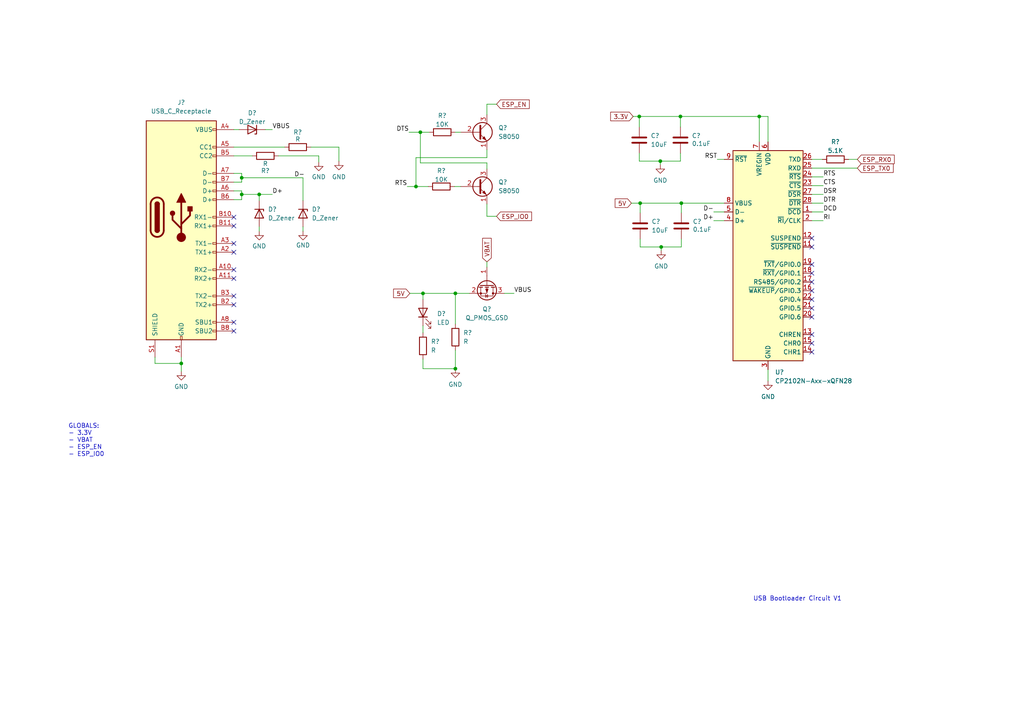
<source format=kicad_sch>
(kicad_sch (version 20211123) (generator eeschema)
  (paper "A4")
  (lib_symbols
    (symbol "Connector:USB_C_Receptacle" (pin_names (offset 1.016))
      (property "Reference" "J" (at -10.16 29.21 0))
      (property "Value" "USB_C_Receptacle" (at 10.16 29.21 0))
      (symbol "USB_C_Receptacle_0_0"
        (rectangle (start -0.254 -35.56) (end 0.254 -34.544))
        (rectangle (start 10.16 -32.766) (end 9.144 -33.274))
        (rectangle (start 10.16 -30.226) (end 9.144 -30.734))
        (rectangle (start 10.16 -25.146) (end 9.144 -25.654))
        (rectangle (start 10.16 -22.606) (end 9.144 -23.114))
        (rectangle (start 10.16 -17.526) (end 9.144 -18.034))
        (rectangle (start 10.16 -14.986) (end 9.144 -15.494))
        (rectangle (start 10.16 -9.906) (end 9.144 -10.414))
        (rectangle (start 10.16 -7.366) (end 9.144 -7.874))
        (rectangle (start 10.16 -2.286) (end 9.144 -2.794))
        (rectangle (start 10.16 0.254) (end 9.144 -0.254))
        (rectangle (start 10.16 5.334) (end 9.144 4.826))
        (rectangle (start 10.16 7.874) (end 9.144 7.366))
        (rectangle (start 10.16 10.414) (end 9.144 9.906))
        (rectangle (start 10.16 12.954) (end 9.144 12.446))
        (rectangle (start 10.16 18.034) (end 9.144 17.526))
        (rectangle (start 10.16 20.574) (end 9.144 20.066))
        (rectangle (start 10.16 25.654) (end 9.144 25.146))
      )
      (symbol "USB_C_Receptacle_0_1"
        (rectangle (start -10.16 27.94) (end 10.16 -35.56) (stroke (width 0.254)) (fill (type background)))
        (arc (start -8.89 -3.81) (mid -6.985 -5.715) (end -5.08 -3.81) (stroke (width 0.508)))
        (arc (start -7.62 -3.81) (mid -6.985 -4.445) (end -6.35 -3.81) (stroke (width 0.254)))
        (arc (start -7.62 -3.81) (mid -6.985 -4.445) (end -6.35 -3.81) (stroke (width 0.254)) (fill (type outline)))
        (rectangle (start -7.62 -3.81) (end -6.35 3.81) (stroke (width 0.254)) (fill (type outline)))
        (arc (start -6.35 3.81) (mid -6.985 4.445) (end -7.62 3.81) (stroke (width 0.254)))
        (arc (start -6.35 3.81) (mid -6.985 4.445) (end -7.62 3.81) (stroke (width 0.254)) (fill (type outline)))
        (arc (start -5.08 3.81) (mid -6.985 5.715) (end -8.89 3.81) (stroke (width 0.508)))
        (polyline (pts (xy -8.89 -3.81) (xy -8.89 3.81)) (stroke (width 0.508)))
        (polyline (pts (xy -5.08 3.81) (xy -5.08 -3.81)) (stroke (width 0.508)))
      )
      (symbol "USB_C_Receptacle_1_1"
        (circle (center -2.54 1.143) (radius 0.635) (stroke (width 0.254)) (fill (type outline)))
        (circle (center 0 -5.842) (radius 1.27) (fill (type outline)))
        (polyline (pts (xy 0 -5.842) (xy 0 4.318)) (stroke (width 0.508)))
        (polyline (pts (xy 0 -3.302) (xy -2.54 -0.762) (xy -2.54 0.508)) (stroke (width 0.508)))
        (polyline (pts (xy 0 -2.032) (xy 2.54 0.508) (xy 2.54 1.778)) (stroke (width 0.508)))
        (polyline (pts (xy -1.27 4.318) (xy 0 6.858) (xy 1.27 4.318) (xy -1.27 4.318)) (stroke (width 0.254)) (fill (type outline)))
        (rectangle (start 1.905 1.778) (end 3.175 3.048) (stroke (width 0.254)) (fill (type outline)))
        (pin passive line (at 0 -40.64 90) (length 5.08) (name "GND") (number "A1"))
        (pin bidirectional line (at 15.24 -15.24 180) (length 5.08) (name "RX2-") (number "A10"))
        (pin bidirectional line (at 15.24 -17.78 180) (length 5.08) (name "RX2+") (number "A11"))
        (pin passive line (at 0 -40.64 90) (length 5.08) hide (name "GND") (number "A12"))
        (pin bidirectional line (at 15.24 -10.16 180) (length 5.08) (name "TX1+") (number "A2"))
        (pin bidirectional line (at 15.24 -7.62 180) (length 5.08) (name "TX1-") (number "A3"))
        (pin passive line (at 15.24 25.4 180) (length 5.08) (name "VBUS") (number "A4"))
        (pin bidirectional line (at 15.24 20.32 180) (length 5.08) (name "CC1") (number "A5"))
        (pin bidirectional line (at 15.24 7.62 180) (length 5.08) (name "D+") (number "A6"))
        (pin bidirectional line (at 15.24 12.7 180) (length 5.08) (name "D-") (number "A7"))
        (pin bidirectional line (at 15.24 -30.48 180) (length 5.08) (name "SBU1") (number "A8"))
        (pin passive line (at 15.24 25.4 180) (length 5.08) hide (name "VBUS") (number "A9"))
        (pin passive line (at 0 -40.64 90) (length 5.08) hide (name "GND") (number "B1"))
        (pin bidirectional line (at 15.24 0 180) (length 5.08) (name "RX1-") (number "B10"))
        (pin bidirectional line (at 15.24 -2.54 180) (length 5.08) (name "RX1+") (number "B11"))
        (pin passive line (at 0 -40.64 90) (length 5.08) hide (name "GND") (number "B12"))
        (pin bidirectional line (at 15.24 -25.4 180) (length 5.08) (name "TX2+") (number "B2"))
        (pin bidirectional line (at 15.24 -22.86 180) (length 5.08) (name "TX2-") (number "B3"))
        (pin passive line (at 15.24 25.4 180) (length 5.08) hide (name "VBUS") (number "B4"))
        (pin bidirectional line (at 15.24 17.78 180) (length 5.08) (name "CC2") (number "B5"))
        (pin bidirectional line (at 15.24 5.08 180) (length 5.08) (name "D+") (number "B6"))
        (pin bidirectional line (at 15.24 10.16 180) (length 5.08) (name "D-") (number "B7"))
        (pin bidirectional line (at 15.24 -33.02 180) (length 5.08) (name "SBU2") (number "B8"))
        (pin passive line (at 15.24 25.4 180) (length 5.08) hide (name "VBUS") (number "B9"))
        (pin passive line (at -7.62 -40.64 90) (length 5.08) (name "SHIELD") (number "S1"))
      )
    )
    (symbol "Device:C" (pin_numbers hide) (pin_names (offset 0.254))
      (property "Reference" "C" (at 0.635 2.54 0))
      (property "Value" "C" (at 0.635 -2.54 0))
      (symbol "C_0_1"
        (polyline (pts (xy -2.032 -0.762) (xy 2.032 -0.762)) (stroke (width 0.508)))
        (polyline (pts (xy -2.032 0.762) (xy 2.032 0.762)) (stroke (width 0.508)))
      )
      (symbol "C_1_1"
        (pin passive line (at 0 3.81 270) (length 2.794) (name "~") (number "1"))
        (pin passive line (at 0 -3.81 90) (length 2.794) (name "~") (number "2"))
      )
    )
    (symbol "Device:D_Zener" (pin_numbers hide) (pin_names (offset 1.016) hide)
      (property "Reference" "D" (at 0 2.54 0))
      (property "Value" "D_Zener" (at 0 -2.54 0))
      (symbol "D_Zener_0_1"
        (polyline (pts (xy 1.27 0) (xy -1.27 0)))
        (polyline (pts (xy -1.27 -1.27) (xy -1.27 1.27) (xy -0.762 1.27)) (stroke (width 0.254)))
        (polyline (pts (xy 1.27 -1.27) (xy 1.27 1.27) (xy -1.27 0) (xy 1.27 -1.27)) (stroke (width 0.254)))
      )
      (symbol "D_Zener_1_1"
        (pin passive line (at -3.81 0 0) (length 2.54) (name "K") (number "1"))
        (pin passive line (at 3.81 0 180) (length 2.54) (name "A") (number "2"))
      )
    )
    (symbol "Device:LED" (pin_numbers hide) (pin_names (offset 1.016) hide)
      (property "Reference" "D" (at 0 2.54 0))
      (property "Value" "LED" (at 0 -2.54 0))
      (symbol "LED_0_1"
        (polyline (pts (xy -1.27 -1.27) (xy -1.27 1.27)) (stroke (width 0.254)))
        (polyline (pts (xy -1.27 0) (xy 1.27 0)))
        (polyline (pts (xy 1.27 -1.27) (xy 1.27 1.27) (xy -1.27 0) (xy 1.27 -1.27)) (stroke (width 0.254)))
        (polyline (pts (xy -3.048 -0.762) (xy -4.572 -2.286) (xy -3.81 -2.286) (xy -4.572 -2.286) (xy -4.572 -1.524)))
        (polyline (pts (xy -1.778 -0.762) (xy -3.302 -2.286) (xy -2.54 -2.286) (xy -3.302 -2.286) (xy -3.302 -1.524)))
      )
      (symbol "LED_1_1"
        (pin passive line (at -3.81 0 0) (length 2.54) (name "K") (number "1"))
        (pin passive line (at 3.81 0 180) (length 2.54) (name "A") (number "2"))
      )
    )
    (symbol "Device:Q_PMOS_GSD" (pin_names (offset 0) hide)
      (property "Reference" "Q" (at 5.08 1.27 0))
      (property "Value" "Q_PMOS_GSD" (at 5.08 -1.27 0))
      (symbol "Q_PMOS_GSD_0_1"
        (polyline (pts (xy 0.254 0) (xy -2.54 0)))
        (polyline (pts (xy 0.254 1.905) (xy 0.254 -1.905)) (stroke (width 0.254)))
        (polyline (pts (xy 0.762 -1.27) (xy 0.762 -2.286)) (stroke (width 0.254)))
        (polyline (pts (xy 0.762 0.508) (xy 0.762 -0.508)) (stroke (width 0.254)))
        (polyline (pts (xy 0.762 2.286) (xy 0.762 1.27)) (stroke (width 0.254)))
        (polyline (pts (xy 2.54 2.54) (xy 2.54 1.778)))
        (polyline (pts (xy 2.54 -2.54) (xy 2.54 0) (xy 0.762 0)))
        (polyline (pts (xy 0.762 1.778) (xy 3.302 1.778) (xy 3.302 -1.778) (xy 0.762 -1.778)))
        (polyline (pts (xy 2.286 0) (xy 1.27 0.381) (xy 1.27 -0.381) (xy 2.286 0)) (fill (type outline)))
        (polyline (pts (xy 2.794 -0.508) (xy 2.921 -0.381) (xy 3.683 -0.381) (xy 3.81 -0.254)))
        (polyline (pts (xy 3.302 -0.381) (xy 2.921 0.254) (xy 3.683 0.254) (xy 3.302 -0.381)))
        (circle (center 1.651 0) (radius 2.794) (stroke (width 0.254)))
        (circle (center 2.54 -1.778) (radius 0.254) (fill (type outline)))
        (circle (center 2.54 1.778) (radius 0.254) (fill (type outline)))
      )
      (symbol "Q_PMOS_GSD_1_1"
        (pin input line (at -5.08 0 0) (length 2.54) (name "G") (number "1"))
        (pin passive line (at 2.54 -5.08 90) (length 2.54) (name "S") (number "2"))
        (pin passive line (at 2.54 5.08 270) (length 2.54) (name "D") (number "3"))
      )
    )
    (symbol "Device:R" (pin_numbers hide) (pin_names (offset 0))
      (property "Reference" "R" (at 2.032 0 90))
      (property "Value" "R" (at 0 0 90))
      (symbol "R_0_1"
        (rectangle (start -1.016 -2.54) (end 1.016 2.54) (stroke (width 0.254)))
      )
      (symbol "R_1_1"
        (pin passive line (at 0 3.81 270) (length 1.27) (name "~") (number "1"))
        (pin passive line (at 0 -3.81 90) (length 1.27) (name "~") (number "2"))
      )
    )
    (symbol "Interface_USB:CP2102N-Axx-xQFN28"
      (property "Reference" "U" (at -8.89 31.75 0))
      (property "Value" "CP2102N-Axx-xQFN28" (at 12.7 31.75 0))
      (symbol "CP2102N-Axx-xQFN28_0_1"
        (rectangle (start -10.16 30.48) (end 10.16 -30.48) (stroke (width 0.254)) (fill (type background)))
      )
      (symbol "CP2102N-Axx-xQFN28_1_1"
        (pin input line (at 12.7 12.7 180) (length 2.54) (name "~{DCD}") (number "1"))
        (pin no_connect line (at -10.16 -27.94 0) (length 2.54) hide (name "NC") (number "10"))
        (pin output line (at 12.7 2.54 180) (length 2.54) (name "~{SUSPEND}") (number "11"))
        (pin output line (at 12.7 5.08 180) (length 2.54) (name "SUSPEND") (number "12"))
        (pin output line (at 12.7 -22.86 180) (length 2.54) (name "CHREN") (number "13"))
        (pin output line (at 12.7 -27.94 180) (length 2.54) (name "CHR1") (number "14"))
        (pin output line (at 12.7 -25.4 180) (length 2.54) (name "CHR0") (number "15"))
        (pin bidirectional line (at 12.7 -10.16 180) (length 2.54) (name "~{WAKEUP}/GPIO.3") (number "16"))
        (pin bidirectional line (at 12.7 -7.62 180) (length 2.54) (name "RS485/GPIO.2") (number "17"))
        (pin bidirectional line (at 12.7 -5.08 180) (length 2.54) (name "~{RXT}/GPIO.1") (number "18"))
        (pin bidirectional line (at 12.7 -2.54 180) (length 2.54) (name "~{TXT}/GPIO.0") (number "19"))
        (pin bidirectional line (at 12.7 10.16 180) (length 2.54) (name "~{RI}/CLK") (number "2"))
        (pin bidirectional line (at 12.7 -17.78 180) (length 2.54) (name "GPIO.6") (number "20"))
        (pin bidirectional line (at 12.7 -15.24 180) (length 2.54) (name "GPIO.5") (number "21"))
        (pin bidirectional line (at 12.7 -12.7 180) (length 2.54) (name "GPIO.4") (number "22"))
        (pin input line (at 12.7 20.32 180) (length 2.54) (name "~{CTS}") (number "23"))
        (pin output line (at 12.7 22.86 180) (length 2.54) (name "~{RTS}") (number "24"))
        (pin input line (at 12.7 25.4 180) (length 2.54) (name "RXD") (number "25"))
        (pin output line (at 12.7 27.94 180) (length 2.54) (name "TXD") (number "26"))
        (pin input line (at 12.7 17.78 180) (length 2.54) (name "~{DSR}") (number "27"))
        (pin output line (at 12.7 15.24 180) (length 2.54) (name "~{DTR}") (number "28"))
        (pin passive line (at 0 -33.02 90) (length 2.54) hide (name "GND") (number "29"))
        (pin power_in line (at 0 -33.02 90) (length 2.54) (name "GND") (number "3"))
        (pin bidirectional line (at -12.7 10.16 0) (length 2.54) (name "D+") (number "4"))
        (pin bidirectional line (at -12.7 12.7 0) (length 2.54) (name "D-") (number "5"))
        (pin power_in line (at 0 33.02 270) (length 2.54) (name "VDD") (number "6"))
        (pin power_in line (at -2.54 33.02 270) (length 2.54) (name "VREGIN") (number "7"))
        (pin input line (at -12.7 15.24 0) (length 2.54) (name "VBUS") (number "8"))
        (pin input line (at -12.7 27.94 0) (length 2.54) (name "~{RST}") (number "9"))
      )
    )
    (symbol "Transistor_BJT:S8050" (pin_names (offset 0) hide)
      (property "Reference" "Q" (at 5.08 1.905 0))
      (property "Value" "S8050" (at 5.08 0 0))
      (symbol "S8050_0_1"
        (polyline (pts (xy 0 0) (xy 0.635 0)))
        (polyline (pts (xy 0.635 0.635) (xy 2.54 2.54)))
        (polyline (pts (xy 0.635 -0.635) (xy 2.54 -2.54) (xy 2.54 -2.54)))
        (polyline (pts (xy 0.635 1.905) (xy 0.635 -1.905) (xy 0.635 -1.905)) (stroke (width 0.508)))
        (polyline (pts (xy 1.27 -1.778) (xy 1.778 -1.27) (xy 2.286 -2.286) (xy 1.27 -1.778) (xy 1.27 -1.778)) (fill (type outline)))
        (circle (center 1.27 0) (radius 2.8194) (stroke (width 0.254)))
      )
      (symbol "S8050_1_1"
        (pin passive line (at 2.54 -5.08 90) (length 2.54) (name "E") (number "1"))
        (pin input line (at -5.08 0 0) (length 5.08) (name "B") (number "2"))
        (pin passive line (at 2.54 5.08 270) (length 2.54) (name "C") (number "3"))
      )
    )
    (symbol "power:GND" (power) (pin_names (offset 0))
      (property "Value" "GND" (at 0 -3.81 0))
      (symbol "GND_0_1"
        (polyline (pts (xy 0 0) (xy 0 -1.27) (xy 1.27 -1.27) (xy 0 -2.54) (xy -1.27 -1.27) (xy 0 -1.27)))
      )
      (symbol "GND_1_1"
        (pin power_in line (at 0 0 270) (length 0) hide (name "GND") (number "1"))
      )
    )
  )
  (junction (at 132.08 85.09))
  (junction (at 70.104 51.562))
  (junction (at 191.516 46.736))
  (junction (at 122.682 85.09))
  (junction (at 52.578 105.41))
  (junction (at 132.08 106.934))
  (junction (at 185.42 33.782))
  (junction (at 75.184 56.388))
  (junction (at 120.65 54.102))
  (junction (at 220.218 33.782))
  (junction (at 70.104 56.388))
  (junction (at 197.358 33.782))
  (junction (at 197.612 58.928))
  (junction (at 185.674 58.928))
  (junction (at 121.92 38.354))
  (junction (at 191.77 71.628))
  (no_connect (at 67.818 73.152))
  (no_connect (at 67.818 78.232))
  (no_connect (at 67.818 62.992))
  (no_connect (at 67.818 93.472))
  (no_connect (at 235.458 81.788))
  (no_connect (at 235.458 71.628))
  (no_connect (at 235.458 84.328))
  (no_connect (at 235.458 102.108))
  (no_connect (at 235.458 97.028))
  (no_connect (at 235.458 99.568))
  (no_connect (at 235.458 89.408))
  (no_connect (at 67.818 85.852))
  (no_connect (at 67.818 88.392))
  (no_connect (at 67.818 80.772))
  (no_connect (at 67.818 70.612))
  (no_connect (at 235.458 76.708))
  (no_connect (at 235.458 86.868))
  (no_connect (at 235.458 69.088))
  (no_connect (at 235.458 79.248))
  (no_connect (at 67.818 96.012))
  (no_connect (at 235.458 91.948))
  (no_connect (at 67.818 65.532))
  (wire (pts (xy 75.184 58.166) (xy 75.184 56.388)))
  (wire (pts (xy 118.872 85.09) (xy 122.682 85.09)))
  (wire (pts (xy 98.298 46.736) (xy 98.298 42.672)))
  (wire (pts (xy 191.77 71.628) (xy 197.612 71.628)))
  (wire (pts (xy 132.08 85.09) (xy 132.08 93.98)))
  (wire (pts (xy 141.224 45.72) (xy 141.224 43.434)))
  (wire (pts (xy 197.358 33.782) (xy 220.218 33.782)))
  (wire (pts (xy 75.184 56.388) (xy 70.104 56.388)))
  (wire (pts (xy 52.578 105.41) (xy 52.578 107.696)))
  (wire (pts (xy 191.516 46.736) (xy 191.516 47.752)))
  (wire (pts (xy 67.818 42.672) (xy 82.55 42.672)))
  (wire (pts (xy 122.682 106.934) (xy 132.08 106.934)))
  (wire (pts (xy 122.682 85.09) (xy 122.682 86.868)))
  (wire (pts (xy 144.018 30.226) (xy 141.224 30.226)))
  (wire (pts (xy 70.104 52.832) (xy 70.104 51.562)))
  (wire (pts (xy 185.42 44.45) (xy 185.42 46.736)))
  (wire (pts (xy 67.818 57.912) (xy 70.104 57.912)))
  (wire (pts (xy 235.458 56.388) (xy 238.76 56.388)))
  (wire (pts (xy 118.11 54.102) (xy 120.65 54.102)))
  (wire (pts (xy 183.642 33.782) (xy 185.42 33.782)))
  (wire (pts (xy 87.884 51.562) (xy 70.104 51.562)))
  (wire (pts (xy 185.42 33.782) (xy 185.42 36.83)))
  (wire (pts (xy 75.184 56.388) (xy 78.994 56.388)))
  (wire (pts (xy 220.218 33.782) (xy 222.758 33.782)))
  (wire (pts (xy 141.224 62.738) (xy 144.018 62.738)))
  (wire (pts (xy 120.65 54.102) (xy 120.65 45.72)))
  (wire (pts (xy 197.358 44.45) (xy 197.358 46.736)))
  (wire (pts (xy 185.674 69.342) (xy 185.674 71.628)))
  (wire (pts (xy 118.618 38.354) (xy 121.92 38.354)))
  (wire (pts (xy 197.612 58.928) (xy 185.674 58.928)))
  (wire (pts (xy 70.104 51.562) (xy 70.104 50.292)))
  (wire (pts (xy 222.758 33.782) (xy 222.758 41.148)))
  (wire (pts (xy 235.458 46.228) (xy 238.506 46.228)))
  (wire (pts (xy 235.458 48.768) (xy 248.666 48.768)))
  (wire (pts (xy 67.818 45.212) (xy 73.152 45.212)))
  (wire (pts (xy 185.42 46.736) (xy 191.516 46.736)))
  (wire (pts (xy 92.456 46.99) (xy 92.456 45.212)))
  (wire (pts (xy 98.298 42.672) (xy 90.17 42.672)))
  (wire (pts (xy 44.958 105.41) (xy 52.578 105.41)))
  (wire (pts (xy 185.674 71.628) (xy 191.77 71.628)))
  (wire (pts (xy 235.458 61.468) (xy 238.76 61.468)))
  (wire (pts (xy 67.818 50.292) (xy 70.104 50.292)))
  (wire (pts (xy 44.958 103.632) (xy 44.958 105.41)))
  (wire (pts (xy 87.884 65.786) (xy 87.884 67.056)))
  (wire (pts (xy 141.224 59.182) (xy 141.224 62.738)))
  (wire (pts (xy 92.456 45.212) (xy 80.772 45.212)))
  (wire (pts (xy 235.458 51.308) (xy 238.76 51.308)))
  (wire (pts (xy 75.184 65.786) (xy 75.184 67.056)))
  (wire (pts (xy 191.77 71.628) (xy 191.77 72.644)))
  (wire (pts (xy 67.818 52.832) (xy 70.104 52.832)))
  (wire (pts (xy 121.92 47.244) (xy 141.224 47.244)))
  (wire (pts (xy 220.218 33.782) (xy 220.218 41.148)))
  (wire (pts (xy 67.818 37.592) (xy 69.342 37.592)))
  (wire (pts (xy 141.224 47.244) (xy 141.224 49.022)))
  (wire (pts (xy 132.08 101.6) (xy 132.08 106.934)))
  (wire (pts (xy 121.92 38.354) (xy 121.92 47.244)))
  (wire (pts (xy 70.104 56.388) (xy 70.104 57.912)))
  (wire (pts (xy 120.65 45.72) (xy 141.224 45.72)))
  (wire (pts (xy 146.304 85.09) (xy 149.098 85.09)))
  (wire (pts (xy 235.458 53.848) (xy 238.76 53.848)))
  (wire (pts (xy 122.682 94.488) (xy 122.682 96.52)))
  (wire (pts (xy 208.026 46.228) (xy 210.058 46.228)))
  (wire (pts (xy 207.01 61.468) (xy 210.058 61.468)))
  (wire (pts (xy 122.682 85.09) (xy 132.08 85.09)))
  (wire (pts (xy 132.08 85.09) (xy 136.144 85.09)))
  (wire (pts (xy 197.612 69.342) (xy 197.612 71.628)))
  (wire (pts (xy 122.682 104.14) (xy 122.682 106.934)))
  (wire (pts (xy 191.516 46.736) (xy 197.358 46.736)))
  (wire (pts (xy 67.818 55.372) (xy 70.104 55.372)))
  (wire (pts (xy 76.962 37.592) (xy 78.994 37.592)))
  (wire (pts (xy 197.612 61.722) (xy 197.612 58.928)))
  (wire (pts (xy 185.42 33.782) (xy 197.358 33.782)))
  (wire (pts (xy 197.612 58.928) (xy 210.058 58.928)))
  (wire (pts (xy 235.458 64.008) (xy 238.76 64.008)))
  (wire (pts (xy 131.826 54.102) (xy 133.604 54.102)))
  (wire (pts (xy 124.46 38.354) (xy 121.92 38.354)))
  (wire (pts (xy 185.674 58.928) (xy 183.134 58.928)))
  (wire (pts (xy 141.224 75.946) (xy 141.224 77.47)))
  (wire (pts (xy 124.206 54.102) (xy 120.65 54.102)))
  (wire (pts (xy 52.578 103.632) (xy 52.578 105.41)))
  (wire (pts (xy 141.224 30.226) (xy 141.224 33.274)))
  (wire (pts (xy 132.08 38.354) (xy 133.604 38.354)))
  (wire (pts (xy 222.758 107.188) (xy 222.758 110.49)))
  (wire (pts (xy 70.104 55.372) (xy 70.104 56.388)))
  (wire (pts (xy 246.126 46.228) (xy 248.666 46.228)))
  (wire (pts (xy 197.358 33.782) (xy 197.358 36.83)))
  (wire (pts (xy 87.884 58.166) (xy 87.884 51.562)))
  (wire (pts (xy 185.674 58.928) (xy 185.674 61.722)))
  (wire (pts (xy 235.458 58.928) (xy 238.76 58.928)))
  (wire (pts (xy 207.01 64.008) (xy 210.058 64.008)))
  (text "GLOBALS:\n- 3.3V\n- VBAT\n- ESP_EN\n- ESP_IO0" (at 19.812 132.588 0) (effects (font (size 1.27 1.27)) (justify left bottom)))
  (text "USB Bootloader Circuit V1" (at 218.44 174.498 0) (effects (font (size 1.27 1.27)) (justify left bottom)))
  (label "VBUS" (at 149.098 85.09 0))
  (label "RTS" (at 118.11 54.102 180))
  (label "D-" (at 85.344 51.562 0))
  (label "DSR" (at 238.76 56.388 0))
  (label "RST" (at 208.026 46.228 180))
  (label "RTS" (at 238.76 51.308 0))
  (label "DTS" (at 118.618 38.354 180))
  (label "RI" (at 238.76 64.008 0))
  (label "DTR" (at 238.76 58.928 0))
  (label "D+" (at 78.994 56.388 0))
  (label "VBUS" (at 78.994 37.592 0))
  (label "DCD" (at 238.76 61.468 0))
  (label "CTS" (at 238.76 53.848 0))
  (label "D+" (at 207.01 64.008 180))
  (label "D-" (at 207.01 61.468 180))
  (global_label "ESP_IO0" (shape input) (at 144.018 62.738 0) (property "Intersheet References" "${INTERSHEET_REFS}" (effects hide)))
  (global_label "5V" (shape input) (at 118.872 85.09 180) (property "Intersheet References" "${INTERSHEET_REFS}" (effects hide)))
  (global_label "ESP_EN" (shape input) (at 144.018 30.226 0) (property "Intersheet References" "${INTERSHEET_REFS}" (effects hide)))
  (global_label "VBAT" (shape input) (at 141.224 75.946 90) (property "Intersheet References" "${INTERSHEET_REFS}" (effects hide)))
  (global_label "ESP_TX0" (shape input) (at 248.666 48.768 0) (property "Intersheet References" "${INTERSHEET_REFS}" (effects hide)))
  (global_label "3.3V" (shape input) (at 183.642 33.782 180) (property "Intersheet References" "${INTERSHEET_REFS}" (effects hide)))
  (global_label "5V" (shape input) (at 183.134 58.928 180) (property "Intersheet References" "${INTERSHEET_REFS}" (effects hide)))
  (global_label "ESP_RX0" (shape input) (at 248.666 46.228 0) (property "Intersheet References" "${INTERSHEET_REFS}" (effects hide)))
  (symbol (lib_id "Device:D_Zener") (at 73.152 37.592 180) (unit 1)
    (property "Reference" "D?" (at 73.152 32.766 0))
    (property "Value" "D_Zener" (at 73.152 35.306 0))
  )
  (symbol (lib_id "Device:C") (at 185.42 40.64 0) (unit 1)
    (property "Reference" "C?" (at 188.722 39.3699 0) (effects (justify left)))
    (property "Value" "10uF" (at 188.722 41.9099 0) (effects (justify left)))
  )
  (symbol (lib_id "power:GND") (at 98.298 46.736 0) (unit 1)
    (property "Reference" "#PWR0116" (effects hide))
    (property "Value" "GND" (at 98.298 51.308 0))
  )
  (symbol (lib_id "Device:R") (at 122.682 100.33 0) (unit 1)
    (property "Reference" "R?" (at 124.968 99.0599 0) (effects (justify left)))
    (property "Value" "R" (at 124.968 101.5999 0) (effects (justify left)))
  )
  (symbol (lib_id "Device:D_Zener") (at 75.184 61.976 270) (unit 1)
    (property "Reference" "D?" (at 77.724 60.7059 90) (effects (justify left)))
    (property "Value" "D_Zener" (at 77.724 63.2459 90) (effects (justify left)))
  )
  (symbol (lib_id "Device:LED") (at 122.682 90.678 90) (unit 1)
    (property "Reference" "D?" (at 126.746 90.9954 90) (effects (justify right)))
    (property "Value" "LED" (at 126.746 93.5354 90) (effects (justify right)))
  )
  (symbol (lib_id "power:GND") (at 191.516 47.752 0) (unit 1)
    (property "Reference" "#PWR0109" (effects hide))
    (property "Value" "GND" (at 191.516 52.324 0))
  )
  (symbol (lib_id "Device:R") (at 128.27 38.354 90) (unit 1)
    (property "Reference" "R?" (at 128.27 33.528 90))
    (property "Value" "10K" (at 128.27 36.068 90))
  )
  (symbol (lib_id "Device:R") (at 86.36 42.672 90) (unit 1)
    (property "Reference" "R?" (at 86.36 38.354 90))
    (property "Value" "R" (at 86.36 40.386 90))
  )
  (symbol (lib_id "Interface_USB:CP2102N-Axx-xQFN28") (at 222.758 74.168 0) (unit 1)
    (property "Reference" "U?" (at 224.7774 107.95 0) (effects (justify left)))
    (property "Value" "CP2102N-Axx-xQFN28" (at 224.7774 110.49 0) (effects (justify left)))
    (property "Footprint" "Package_DFN_QFN:QFN-28-1EP_5x5mm_P0.5mm_EP3.35x3.35mm" (effects hide))
    (property "Datasheet" "https://www.silabs.com/documents/public/data-sheets/cp2102n-datasheet.pdf" (effects hide))
  )
  (symbol (lib_id "Device:Q_PMOS_GSD") (at 141.224 82.55 270) (unit 1)
    (property "Reference" "Q?" (at 141.224 89.662 90))
    (property "Value" "Q_PMOS_GSD" (at 141.224 92.202 90))
  )
  (symbol (lib_id "Device:D_Zener") (at 87.884 61.976 270) (unit 1)
    (property "Reference" "D?" (at 90.424 60.7059 90) (effects (justify left)))
    (property "Value" "D_Zener" (at 90.424 63.2459 90) (effects (justify left)))
  )
  (symbol (lib_id "power:GND") (at 132.08 106.934 0) (unit 1)
    (property "Reference" "#PWR0113" (effects hide))
    (property "Value" "GND" (at 132.08 111.506 0))
  )
  (symbol (lib_id "power:GND") (at 52.578 107.696 0) (unit 1)
    (property "Reference" "#PWR0112" (effects hide))
    (property "Value" "GND" (at 52.578 112.141 0))
  )
  (symbol (lib_id "Device:R") (at 132.08 97.79 0) (unit 1)
    (property "Reference" "R?" (at 134.366 96.5199 0) (effects (justify left)))
    (property "Value" "R" (at 134.366 99.0599 0) (effects (justify left)))
  )
  (symbol (lib_id "Transistor_BJT:S8050") (at 138.684 38.354 0) (unit 1)
    (property "Reference" "Q?" (at 144.526 37.0839 0) (effects (justify left)))
    (property "Value" "S8050" (at 144.526 39.6239 0) (effects (justify left)))
    (property "Footprint" "Package_TO_SOT_THT:TO-92_Inline" (effects hide))
    (property "Datasheet" "http://www.unisonic.com.tw/datasheet/S8050.pdf" (effects hide))
  )
  (symbol (lib_id "Device:C") (at 197.358 40.64 0) (unit 1)
    (property "Reference" "C?" (at 200.66 39.37 0) (effects (justify left)))
    (property "Value" "0.1uF" (at 200.66 41.656 0) (effects (justify left)))
  )
  (symbol (lib_id "Device:C") (at 185.674 65.532 0) (unit 1)
    (property "Reference" "C?" (at 188.976 64.2619 0) (effects (justify left)))
    (property "Value" "10uF" (at 188.976 66.8019 0) (effects (justify left)))
  )
  (symbol (lib_id "Connector:USB_C_Receptacle") (at 52.578 62.992 0) (unit 1)
    (property "Reference" "J?" (at 52.578 29.718 0))
    (property "Value" "USB_C_Receptacle" (at 52.578 32.258 0))
    (property "Datasheet" "https://www.usb.org/sites/default/files/documents/usb_type-c.zip" (effects hide))
  )
  (symbol (lib_id "power:GND") (at 191.77 72.644 0) (unit 1)
    (property "Reference" "#PWR0110" (effects hide))
    (property "Value" "GND" (at 191.77 77.216 0))
  )
  (symbol (lib_id "Device:R") (at 76.962 45.212 90) (unit 1)
    (property "Reference" "R?" (at 76.962 49.53 90))
    (property "Value" "R" (at 76.962 47.498 90))
  )
  (symbol (lib_id "Transistor_BJT:S8050") (at 138.684 54.102 0) (unit 1)
    (property "Reference" "Q?" (at 144.526 52.8319 0) (effects (justify left)))
    (property "Value" "S8050" (at 144.526 55.3719 0) (effects (justify left)))
    (property "Footprint" "Package_TO_SOT_THT:TO-92_Inline" (effects hide))
    (property "Datasheet" "http://www.unisonic.com.tw/datasheet/S8050.pdf" (effects hide))
  )
  (symbol (lib_id "Device:R") (at 128.016 54.102 90) (unit 1)
    (property "Reference" "R?" (at 128.016 49.53 90))
    (property "Value" "10K" (at 128.016 52.07 90))
  )
  (symbol (lib_id "Device:R") (at 242.316 46.228 90) (unit 1)
    (property "Reference" "R?" (at 242.316 41.148 90))
    (property "Value" "5.1K" (at 242.316 43.688 90))
  )
  (symbol (lib_id "power:GND") (at 92.456 46.99 0) (unit 1)
    (property "Reference" "#PWR0117" (effects hide))
    (property "Value" "GND" (at 92.456 51.308 0))
  )
  (symbol (lib_id "power:GND") (at 222.758 110.49 0) (unit 1)
    (property "Reference" "#PWR0114" (effects hide))
    (property "Value" "GND" (at 222.758 115.062 0))
  )
  (symbol (lib_id "power:GND") (at 87.884 67.056 0) (unit 1)
    (property "Reference" "#PWR0115" (effects hide))
    (property "Value" "GND" (at 87.884 71.12 0))
  )
  (symbol (lib_id "power:GND") (at 75.184 67.056 0) (unit 1)
    (property "Reference" "#PWR0111" (effects hide))
    (property "Value" "GND" (at 75.184 71.374 0))
  )
  (symbol (lib_id "Device:C") (at 197.612 65.532 0) (unit 1)
    (property "Reference" "C?" (at 200.914 64.262 0) (effects (justify left)))
    (property "Value" "0.1uF" (at 200.914 66.548 0) (effects (justify left)))
  )
)
</source>
